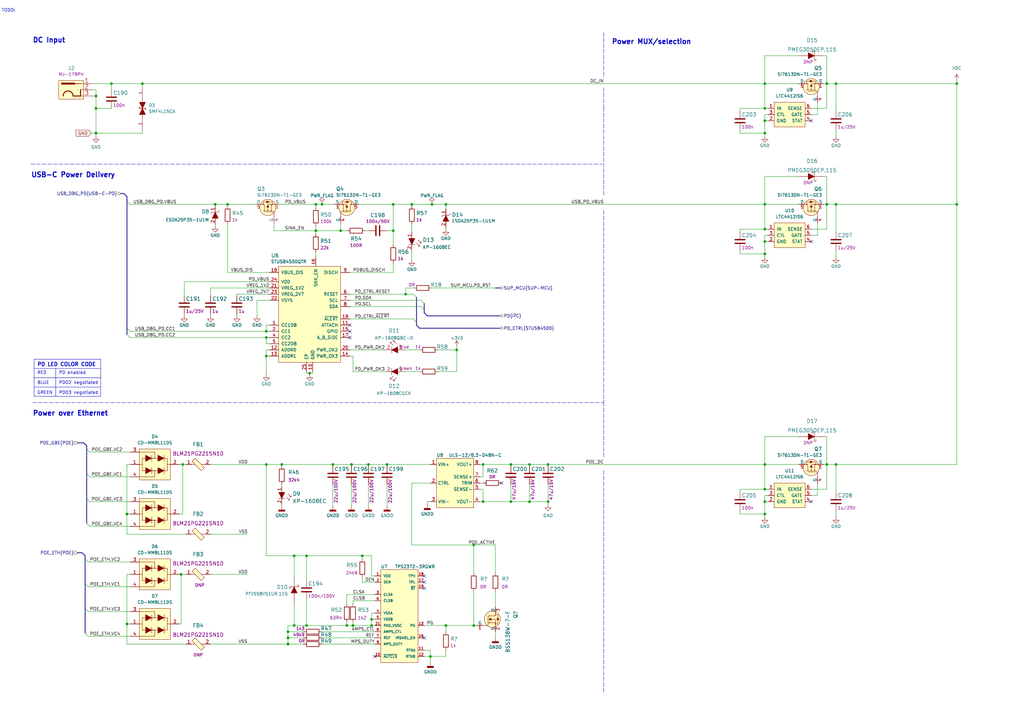
<source format=kicad_sch>
(kicad_sch (version 20211123) (generator eeschema)
  (paper "A3")
  (title_block (title "K410T devboard") (date "2023-01-04") (rev "0.0.99"))
  (junction (at 39.37 39.37))
  (junction (at 152.4 256.54))
  (junction (at 182.88 256.54))
  (junction (at 144.145 190.5))
  (junction (at 313.69 83.82))
  (junction (at 74.295 235.585))
  (junction (at 182.88 83.82))
  (junction (at 313.69 54.61))
  (junction (at 93.345 83.82))
  (junction (at 313.69 34.29))
  (junction (at 187.325 143.51))
  (junction (at 168.91 83.82))
  (junction (at 166.37 120.65))
  (junction (at 176.53 269.24))
  (junction (at 313.69 200.66))
  (junction (at 129.54 83.82))
  (junction (at 120.65 256.54))
  (junction (at 198.12 190.5))
  (junction (at 118.11 264.16))
  (junction (at 45.72 34.29))
  (junction (at 313.69 210.82))
  (junction (at 339.09 190.5))
  (junction (at 125.73 256.54))
  (junction (at 194.31 223.52))
  (junction (at 217.17 205.74))
  (junction (at 88.265 83.82))
  (junction (at 39.37 44.45))
  (junction (at 132.08 83.82))
  (junction (at 224.79 190.5))
  (junction (at 58.42 34.29))
  (junction (at 392.43 83.82))
  (junction (at 115.57 190.5))
  (junction (at 120.65 227.965))
  (junction (at 144.78 256.54))
  (junction (at 177.165 83.82))
  (junction (at 313.69 99.06))
  (junction (at 313.69 49.53))
  (junction (at 161.29 83.82))
  (junction (at 313.69 44.45))
  (junction (at 74.93 190.5))
  (junction (at 125.73 227.965))
  (junction (at 217.17 190.5))
  (junction (at 142.24 256.54))
  (junction (at 158.75 190.5))
  (junction (at 313.69 190.5))
  (junction (at 198.12 205.74))
  (junction (at 109.22 146.05))
  (junction (at 194.31 256.54))
  (junction (at 209.55 190.5))
  (junction (at 209.55 205.74))
  (junction (at 127 153.035))
  (junction (at 161.29 94.615))
  (junction (at 313.69 205.74))
  (junction (at 392.43 34.29))
  (junction (at 52.07 255.905))
  (junction (at 342.9 190.5))
  (junction (at 342.9 83.82))
  (junction (at 109.22 138.43))
  (junction (at 118.11 259.08))
  (junction (at 339.09 83.82))
  (junction (at 152.4 254))
  (junction (at 136.525 190.5))
  (junction (at 39.37 54.61))
  (junction (at 52.07 210.82))
  (junction (at 109.22 135.89))
  (junction (at 148.59 227.965))
  (junction (at 139.7 94.615))
  (junction (at 313.69 104.14))
  (junction (at 129.54 94.615))
  (junction (at 118.11 261.62))
  (junction (at 342.9 34.29))
  (junction (at 109.22 190.5))
  (junction (at 313.69 93.98))
  (junction (at 224.79 205.74))
  (junction (at 151.13 190.5))
  (junction (at 339.09 34.29))
  (no_connect (at 332.74 49.53))
  (no_connect (at 173.99 236.22))
  (no_connect (at 332.74 205.74))
  (no_connect (at 173.99 238.76))
  (no_connect (at 143.51 135.89))
  (no_connect (at 332.74 99.06))
  (no_connect (at 173.99 261.62))
  (no_connect (at 153.67 269.24))
  (no_connect (at 205.74 198.12))
  (no_connect (at 143.51 133.35))
  (no_connect (at 143.51 138.43))
  (no_connect (at 173.99 241.3))
  (bus_entry (at 36.83 215.9) (size -1.27 -1.27))
  (bus_entry (at 36.195 250.825) (size -1.27 -1.27))
  (bus_entry (at 172.72 125.73) (size 1.27 1.27))
  (bus_entry (at 36.83 195.58) (size -1.27 -1.27))
  (bus_entry (at 170.815 132.08) (size -1.27 -1.27))
  (bus_entry (at 36.195 230.505) (size -1.27 -1.27))
  (bus_entry (at 53.34 138.43) (size -1.27 -1.27))
  (bus_entry (at 169.545 120.65) (size 1.27 1.27))
  (bus_entry (at 36.195 260.985) (size -1.27 -1.27))
  (bus_entry (at 203.2 118.11) (size -1.27 0))
  (bus_entry (at 36.83 205.74) (size -1.27 -1.27))
  (bus_entry (at 172.72 123.19) (size 1.27 1.27))
  (bus_entry (at 53.34 83.82) (size -1.27 -1.27))
  (bus_entry (at 36.195 240.665) (size -1.27 -1.27))
  (bus_entry (at 53.34 135.89) (size -1.27 -1.27))
  (bus_entry (at 36.83 185.42) (size -1.27 -1.27))
  (polyline (pts (xy 41.275 147.32) (xy 41.275 162.56)) (stroke (width 0) (type solid)))
  (wire (pts (xy 175.26 205.74) (xy 176.53 205.74)))
  (wire (pts (xy 144.78 246.38) (xy 144.78 247.65)))
  (wire (pts (xy 187.325 142.24) (xy 187.325 143.51)))
  (wire (pts (xy 144.78 256.54) (xy 142.24 256.54)))
  (wire (pts (xy 52.07 235.585) (xy 52.07 255.905)))
  (wire (pts (xy 182.88 256.54) (xy 182.88 259.08)))
  (bus (pts (xy 173.99 128.27) (xy 173.99 127)))
  (wire (pts (xy 303.53 200.66) (xy 303.53 201.93)))
  (wire (pts (xy 217.17 190.5) (xy 224.79 190.5)))
  (wire (pts (xy 52.07 210.82) (xy 52.07 219.075)))
  (wire (pts (xy 114.935 83.82) (xy 129.54 83.82)))
  (wire (pts (xy 52.07 255.905) (xy 52.07 264.16)))
  (wire (pts (xy 217.17 205.74) (xy 224.79 205.74)))
  (wire (pts (xy 129.54 94.615) (xy 139.7 94.615)))
  (wire (pts (xy 136.525 190.5) (xy 136.525 191.135)))
  (wire (pts (xy 36.83 205.74) (xy 53.34 205.74)))
  (wire (pts (xy 314.96 96.52) (xy 313.69 96.52)))
  (wire (pts (xy 327.66 72.39) (xy 313.69 72.39)))
  (wire (pts (xy 313.69 22.86) (xy 313.69 34.29)))
  (wire (pts (xy 38.1 34.29) (xy 45.72 34.29)))
  (wire (pts (xy 86.36 118.11) (xy 86.36 121.285)))
  (wire (pts (xy 74.295 235.585) (xy 76.2 235.585)))
  (wire (pts (xy 335.28 46.99) (xy 335.28 41.91)))
  (wire (pts (xy 196.85 205.74) (xy 198.12 205.74)))
  (wire (pts (xy 88.265 92.71) (xy 88.265 92.075)))
  (wire (pts (xy 194.31 256.54) (xy 195.58 256.54)))
  (wire (pts (xy 313.69 210.82) (xy 313.69 212.09)))
  (wire (pts (xy 110.49 120.65) (xy 97.155 120.65)))
  (wire (pts (xy 339.09 34.29) (xy 337.82 34.29)))
  (wire (pts (xy 303.53 104.14) (xy 313.69 104.14)))
  (wire (pts (xy 39.37 54.61) (xy 39.37 55.88)))
  (bus (pts (xy 35.56 182.88) (xy 35.56 184.15)))
  (bus (pts (xy 170.815 133.35) (xy 170.815 132.08)))
  (wire (pts (xy 86.36 264.16) (xy 118.11 264.16)))
  (wire (pts (xy 109.22 227.965) (xy 120.65 227.965)))
  (wire (pts (xy 203.2 234.95) (xy 203.2 223.52)))
  (wire (pts (xy 176.53 266.7) (xy 176.53 269.24)))
  (wire (pts (xy 313.69 54.61) (xy 313.69 55.88)))
  (wire (pts (xy 168.91 102.87) (xy 168.91 106.68)))
  (wire (pts (xy 36.195 250.825) (xy 53.34 250.825)))
  (wire (pts (xy 143.51 146.05) (xy 144.78 146.05)))
  (wire (pts (xy 194.31 223.52) (xy 168.91 223.52)))
  (wire (pts (xy 327.66 190.5) (xy 313.69 190.5)))
  (bus (pts (xy 34.925 227.965) (xy 34.925 229.235)))
  (wire (pts (xy 136.525 190.5) (xy 144.145 190.5)))
  (wire (pts (xy 36.83 195.58) (xy 53.34 195.58)))
  (wire (pts (xy 339.09 72.39) (xy 339.09 83.82)))
  (wire (pts (xy 152.4 254) (xy 152.4 256.54)))
  (wire (pts (xy 179.705 143.51) (xy 187.325 143.51)))
  (wire (pts (xy 152.4 227.965) (xy 152.4 236.22)))
  (wire (pts (xy 203.2 242.57) (xy 203.2 248.92)))
  (wire (pts (xy 224.79 190.5) (xy 313.69 190.5)))
  (bus (pts (xy 50.8 79.375) (xy 49.53 79.375)))
  (wire (pts (xy 143.51 123.19) (xy 172.72 123.19)))
  (wire (pts (xy 36.195 240.665) (xy 53.34 240.665)))
  (wire (pts (xy 109.22 133.35) (xy 109.22 135.89)))
  (wire (pts (xy 313.69 44.45) (xy 303.53 44.45)))
  (wire (pts (xy 196.85 198.12) (xy 198.12 198.12)))
  (wire (pts (xy 86.36 235.585) (xy 101.6 235.585)))
  (polyline (pts (xy 22.86 151.13) (xy 22.86 162.56)) (stroke (width 0) (type solid)))
  (wire (pts (xy 125.73 245.745) (xy 125.73 256.54)))
  (wire (pts (xy 115.57 198.755) (xy 115.57 199.39)))
  (wire (pts (xy 209.55 205.74) (xy 217.17 205.74)))
  (wire (pts (xy 335.28 96.52) (xy 335.28 91.44)))
  (wire (pts (xy 45.72 34.29) (xy 45.72 36.83)))
  (wire (pts (xy 109.22 190.5) (xy 109.22 227.965)))
  (wire (pts (xy 144.145 190.5) (xy 144.145 191.135)))
  (wire (pts (xy 112.395 94.615) (xy 129.54 94.615)))
  (wire (pts (xy 110.49 133.35) (xy 109.22 133.35)))
  (wire (pts (xy 168.91 198.12) (xy 176.53 198.12)))
  (wire (pts (xy 125.73 227.965) (xy 148.59 227.965)))
  (wire (pts (xy 327.66 179.07) (xy 313.69 179.07)))
  (wire (pts (xy 132.08 264.16) (xy 153.67 264.16)))
  (wire (pts (xy 342.9 83.82) (xy 342.9 95.25)))
  (wire (pts (xy 118.11 259.08) (xy 124.46 259.08)))
  (wire (pts (xy 161.29 83.82) (xy 168.91 83.82)))
  (wire (pts (xy 151.13 94.615) (xy 149.86 94.615)))
  (wire (pts (xy 314.96 203.2) (xy 313.69 203.2)))
  (wire (pts (xy 182.88 83.82) (xy 313.69 83.82)))
  (wire (pts (xy 74.93 190.5) (xy 74.93 210.82)))
  (wire (pts (xy 196.85 200.66) (xy 198.12 200.66)))
  (wire (pts (xy 52.07 219.075) (xy 76.2 219.075)))
  (wire (pts (xy 332.74 200.66) (xy 339.09 200.66)))
  (wire (pts (xy 109.22 138.43) (xy 109.22 140.97)))
  (wire (pts (xy 148.59 238.76) (xy 153.67 238.76)))
  (wire (pts (xy 53.34 83.82) (xy 88.265 83.82)))
  (polyline (pts (xy 13.97 158.75) (xy 41.275 158.75)) (stroke (width 0) (type solid)))
  (wire (pts (xy 93.345 83.82) (xy 104.775 83.82)))
  (wire (pts (xy 144.78 246.38) (xy 153.67 246.38)))
  (wire (pts (xy 45.72 44.45) (xy 39.37 44.45)))
  (bus (pts (xy 35.56 184.15) (xy 35.56 194.31)))
  (wire (pts (xy 168.91 92.075) (xy 168.91 95.25)))
  (wire (pts (xy 187.325 143.51) (xy 187.325 152.4)))
  (polyline (pts (xy 247.65 13.335) (xy 247.65 31.75)))
  (wire (pts (xy 125.73 152.4) (xy 125.73 153.035)))
  (wire (pts (xy 313.69 99.06) (xy 314.96 99.06)))
  (wire (pts (xy 152.4 256.54) (xy 153.67 256.54)))
  (wire (pts (xy 342.9 190.5) (xy 392.43 190.5)))
  (wire (pts (xy 147.32 83.82) (xy 161.29 83.82)))
  (wire (pts (xy 303.53 209.55) (xy 303.53 210.82)))
  (wire (pts (xy 194.31 242.57) (xy 194.31 256.54)))
  (wire (pts (xy 158.75 207.645) (xy 158.75 198.755)))
  (wire (pts (xy 313.69 203.2) (xy 313.69 205.74)))
  (bus (pts (xy 34.925 249.555) (xy 34.925 259.715)))
  (wire (pts (xy 52.07 255.905) (xy 53.34 255.905)))
  (wire (pts (xy 143.51 130.81) (xy 169.545 130.81)))
  (bus (pts (xy 31.75 226.695) (xy 33.655 226.695)))
  (wire (pts (xy 36.195 260.985) (xy 53.34 260.985)))
  (wire (pts (xy 161.29 83.82) (xy 161.29 94.615)))
  (wire (pts (xy 53.34 190.5) (xy 52.07 190.5)))
  (wire (pts (xy 203.2 223.52) (xy 194.31 223.52)))
  (wire (pts (xy 86.36 128.905) (xy 86.36 129.54)))
  (wire (pts (xy 151.13 207.645) (xy 151.13 198.755)))
  (wire (pts (xy 303.53 102.87) (xy 303.53 104.14)))
  (wire (pts (xy 105.41 123.19) (xy 105.41 129.54)))
  (bus (pts (xy 35.56 182.88) (xy 34.29 181.61)))
  (wire (pts (xy 339.09 93.98) (xy 339.09 83.82)))
  (wire (pts (xy 120.65 256.54) (xy 125.73 256.54)))
  (wire (pts (xy 342.9 190.5) (xy 342.9 201.93)))
  (bus (pts (xy 35.56 204.47) (xy 35.56 214.63)))
  (wire (pts (xy 144.78 255.27) (xy 144.78 256.54)))
  (polyline (pts (xy 247.65 80.01) (xy 247.65 44.45)))
  (wire (pts (xy 313.69 104.14) (xy 313.69 105.41)))
  (wire (pts (xy 110.49 123.19) (xy 105.41 123.19)))
  (wire (pts (xy 125.73 227.965) (xy 125.73 238.125)))
  (wire (pts (xy 313.69 200.66) (xy 314.96 200.66)))
  (bus (pts (xy 52.07 134.62) (xy 52.07 137.16)))
  (wire (pts (xy 115.57 207.645) (xy 115.57 207.01)))
  (wire (pts (xy 198.12 205.74) (xy 209.55 205.74)))
  (wire (pts (xy 118.11 259.08) (xy 118.11 261.62)))
  (wire (pts (xy 136.525 207.645) (xy 136.525 198.755)))
  (wire (pts (xy 209.55 198.755) (xy 209.55 205.74)))
  (wire (pts (xy 132.08 259.08) (xy 153.67 259.08)))
  (polyline (pts (xy 13.97 151.13) (xy 41.275 151.13)) (stroke (width 0) (type solid)))
  (wire (pts (xy 37.465 54.61) (xy 39.37 54.61)))
  (wire (pts (xy 224.79 190.5) (xy 224.79 191.135)))
  (wire (pts (xy 166.37 118.11) (xy 166.37 120.65)))
  (wire (pts (xy 120.65 247.015) (xy 120.65 256.54)))
  (wire (pts (xy 93.345 83.82) (xy 93.345 84.455)))
  (wire (pts (xy 86.36 190.5) (xy 109.22 190.5)))
  (bus (pts (xy 34.925 239.395) (xy 34.925 249.555)))
  (wire (pts (xy 52.07 190.5) (xy 52.07 210.82)))
  (wire (pts (xy 151.13 190.5) (xy 151.13 191.135)))
  (wire (pts (xy 198.12 200.66) (xy 198.12 205.74)))
  (wire (pts (xy 392.43 33.02) (xy 392.43 34.29)))
  (wire (pts (xy 332.74 96.52) (xy 335.28 96.52)))
  (wire (pts (xy 109.22 146.05) (xy 109.22 143.51)))
  (wire (pts (xy 187.325 152.4) (xy 179.705 152.4)))
  (wire (pts (xy 139.7 91.44) (xy 139.7 94.615)))
  (wire (pts (xy 303.53 210.82) (xy 313.69 210.82)))
  (wire (pts (xy 173.99 266.7) (xy 176.53 266.7)))
  (wire (pts (xy 75.565 115.57) (xy 75.565 121.285)))
  (wire (pts (xy 58.42 34.29) (xy 58.42 35.56)))
  (wire (pts (xy 332.74 44.45) (xy 339.09 44.45)))
  (wire (pts (xy 143.51 143.51) (xy 158.115 143.51)))
  (wire (pts (xy 224.79 205.74) (xy 224.79 207.01)))
  (wire (pts (xy 342.9 102.87) (xy 342.9 105.41)))
  (wire (pts (xy 144.78 256.54) (xy 152.4 256.54)))
  (wire (pts (xy 118.11 256.54) (xy 120.65 256.54)))
  (wire (pts (xy 327.66 22.86) (xy 313.69 22.86)))
  (wire (pts (xy 339.09 83.82) (xy 337.82 83.82)))
  (wire (pts (xy 110.49 138.43) (xy 109.22 138.43)))
  (wire (pts (xy 39.37 44.45) (xy 39.37 54.61)))
  (polyline (pts (xy 13.97 147.32) (xy 13.97 162.56)) (stroke (width 0) (type solid)))
  (wire (pts (xy 112.395 91.44) (xy 112.395 94.615)))
  (wire (pts (xy 327.66 83.82) (xy 313.69 83.82)))
  (wire (pts (xy 120.65 227.965) (xy 120.65 236.855)))
  (wire (pts (xy 166.37 120.65) (xy 169.545 120.65)))
  (wire (pts (xy 128.27 153.035) (xy 128.27 152.4)))
  (wire (pts (xy 217.17 190.5) (xy 217.17 191.135)))
  (wire (pts (xy 182.88 256.54) (xy 194.31 256.54)))
  (wire (pts (xy 120.65 227.965) (xy 125.73 227.965)))
  (wire (pts (xy 176.53 269.24) (xy 173.99 269.24)))
  (wire (pts (xy 342.9 34.29) (xy 342.9 45.72)))
  (wire (pts (xy 224.79 198.755) (xy 224.79 205.74)))
  (wire (pts (xy 194.31 223.52) (xy 194.31 234.95)))
  (wire (pts (xy 176.53 269.24) (xy 182.88 269.24)))
  (wire (pts (xy 198.12 195.58) (xy 198.12 190.5)))
  (wire (pts (xy 313.69 49.53) (xy 313.69 54.61)))
  (wire (pts (xy 313.69 179.07) (xy 313.69 190.5)))
  (wire (pts (xy 97.155 120.65) (xy 97.155 121.285)))
  (wire (pts (xy 152.4 251.46) (xy 152.4 254)))
  (wire (pts (xy 158.75 190.5) (xy 158.75 191.135)))
  (wire (pts (xy 74.295 235.585) (xy 74.295 255.905)))
  (wire (pts (xy 168.91 83.82) (xy 168.91 84.455)))
  (wire (pts (xy 129.54 92.71) (xy 129.54 94.615)))
  (wire (pts (xy 339.09 179.07) (xy 339.09 190.5)))
  (wire (pts (xy 314.96 46.99) (xy 313.69 46.99)))
  (wire (pts (xy 161.29 94.615) (xy 161.29 100.33)))
  (wire (pts (xy 74.93 190.5) (xy 76.2 190.5)))
  (wire (pts (xy 152.4 236.22) (xy 153.67 236.22)))
  (wire (pts (xy 109.22 146.05) (xy 109.22 153.67)))
  (wire (pts (xy 73.66 235.585) (xy 74.295 235.585)))
  (wire (pts (xy 313.69 205.74) (xy 314.96 205.74)))
  (wire (pts (xy 339.09 34.29) (xy 342.9 34.29)))
  (wire (pts (xy 335.28 203.2) (xy 335.28 198.12)))
  (wire (pts (xy 127 153.035) (xy 127 153.67)))
  (wire (pts (xy 118.11 264.16) (xy 124.46 264.16)))
  (wire (pts (xy 392.43 83.82) (xy 392.43 190.5)))
  (bus (pts (xy 52.07 82.55) (xy 52.07 134.62)))
  (wire (pts (xy 148.59 227.965) (xy 152.4 227.965)))
  (wire (pts (xy 143.51 125.73) (xy 172.72 125.73)))
  (wire (pts (xy 142.24 243.84) (xy 153.67 243.84)))
  (wire (pts (xy 182.88 266.7) (xy 182.88 269.24)))
  (wire (pts (xy 158.75 190.5) (xy 176.53 190.5)))
  (wire (pts (xy 182.88 83.82) (xy 182.88 85.725)))
  (wire (pts (xy 39.37 54.61) (xy 58.42 54.61)))
  (wire (pts (xy 196.85 190.5) (xy 198.12 190.5)))
  (bus (pts (xy 34.925 229.235) (xy 34.925 239.395)))
  (wire (pts (xy 313.69 93.98) (xy 314.96 93.98)))
  (wire (pts (xy 198.12 190.5) (xy 209.55 190.5)))
  (wire (pts (xy 342.9 83.82) (xy 392.43 83.82)))
  (wire (pts (xy 132.08 83.82) (xy 137.16 83.82)))
  (wire (pts (xy 313.69 200.66) (xy 303.53 200.66)))
  (wire (pts (xy 58.42 53.34) (xy 58.42 54.61)))
  (wire (pts (xy 132.08 261.62) (xy 153.67 261.62)))
  (bus (pts (xy 173.99 127) (xy 173.99 124.46)))
  (polyline (pts (xy 41.275 162.56) (xy 13.97 162.56)) (stroke (width 0) (type solid)))
  (wire (pts (xy 332.74 93.98) (xy 339.09 93.98)))
  (wire (pts (xy 139.7 94.615) (xy 142.24 94.615)))
  (wire (pts (xy 118.11 261.62) (xy 124.46 261.62)))
  (wire (pts (xy 303.53 53.34) (xy 303.53 54.61)))
  (wire (pts (xy 313.69 93.98) (xy 303.53 93.98)))
  (wire (pts (xy 342.9 34.29) (xy 392.43 34.29)))
  (wire (pts (xy 53.34 138.43) (xy 109.22 138.43)))
  (wire (pts (xy 88.265 83.82) (xy 93.345 83.82)))
  (wire (pts (xy 172.085 152.4) (xy 165.735 152.4)))
  (polyline (pts (xy 247.65 86.36) (xy 247.65 165.1)))
  (wire (pts (xy 110.49 146.05) (xy 109.22 146.05)))
  (wire (pts (xy 93.345 111.76) (xy 110.49 111.76)))
  (wire (pts (xy 125.73 153.035) (xy 127 153.035)))
  (polyline (pts (xy 13.335 165.1) (xy 247.65 165.1)))
  (wire (pts (xy 144.78 152.4) (xy 158.115 152.4)))
  (wire (pts (xy 313.69 49.53) (xy 314.96 49.53)))
  (wire (pts (xy 52.07 210.82) (xy 53.34 210.82)))
  (wire (pts (xy 332.74 203.2) (xy 335.28 203.2)))
  (wire (pts (xy 86.36 219.075) (xy 101.6 219.075)))
  (wire (pts (xy 129.54 103.505) (xy 129.54 105.41)))
  (wire (pts (xy 313.69 99.06) (xy 313.69 104.14)))
  (wire (pts (xy 209.55 190.5) (xy 217.17 190.5)))
  (bus (pts (xy 170.815 132.08) (xy 170.815 121.92)))
  (wire (pts (xy 172.085 143.51) (xy 165.735 143.51)))
  (wire (pts (xy 45.72 34.29) (xy 58.42 34.29)))
  (wire (pts (xy 53.34 235.585) (xy 52.07 235.585)))
  (wire (pts (xy 303.53 93.98) (xy 303.53 95.25)))
  (wire (pts (xy 313.69 44.45) (xy 314.96 44.45)))
  (wire (pts (xy 115.57 190.5) (xy 136.525 190.5)))
  (wire (pts (xy 97.155 128.905) (xy 97.155 129.54)))
  (wire (pts (xy 303.53 54.61) (xy 313.69 54.61)))
  (wire (pts (xy 144.78 146.05) (xy 144.78 152.4)))
  (wire (pts (xy 36.83 185.42) (xy 53.34 185.42)))
  (wire (pts (xy 196.85 195.58) (xy 198.12 195.58)))
  (wire (pts (xy 169.545 118.11) (xy 166.37 118.11)))
  (wire (pts (xy 182.88 93.345) (xy 182.88 93.98)))
  (wire (pts (xy 125.73 256.54) (xy 142.24 256.54)))
  (wire (pts (xy 144.145 190.5) (xy 151.13 190.5)))
  (wire (pts (xy 177.165 83.82) (xy 182.88 83.82)))
  (wire (pts (xy 173.99 256.54) (xy 182.88 256.54)))
  (wire (pts (xy 313.69 83.82) (xy 313.69 93.98)))
  (wire (pts (xy 339.09 22.86) (xy 339.09 34.29)))
  (bus (pts (xy 203.2 118.11) (xy 205.105 118.11)))
  (wire (pts (xy 339.09 83.82) (xy 342.9 83.82)))
  (wire (pts (xy 39.37 36.83) (xy 39.37 39.37)))
  (wire (pts (xy 313.69 46.99) (xy 313.69 49.53)))
  (bus (pts (xy 52.07 80.645) (xy 52.07 82.55)))
  (wire (pts (xy 142.24 243.84) (xy 142.24 247.65)))
  (wire (pts (xy 158.75 94.615) (xy 161.29 94.615)))
  (bus (pts (xy 175.26 129.54) (xy 205.105 129.54)))
  (wire (pts (xy 52.07 264.16) (xy 76.2 264.16)))
  (wire (pts (xy 153.67 251.46) (xy 152.4 251.46)))
  (wire (pts (xy 115.57 190.5) (xy 115.57 191.135)))
  (bus (pts (xy 52.07 80.645) (xy 50.8 79.375)))
  (wire (pts (xy 58.42 34.29) (xy 313.69 34.29)))
  (wire (pts (xy 129.54 85.09) (xy 129.54 83.82)))
  (wire (pts (xy 337.82 72.39) (xy 339.09 72.39)))
  (wire (pts (xy 127 153.035) (xy 128.27 153.035)))
  (wire (pts (xy 109.22 135.89) (xy 110.49 135.89)))
  (wire (pts (xy 109.22 190.5) (xy 115.57 190.5)))
  (wire (pts (xy 109.22 140.97) (xy 110.49 140.97)))
  (wire (pts (xy 209.55 190.5) (xy 209.55 191.135)))
  (polyline (pts (xy 247.65 283.845) (xy 247.65 192.405)))
  (wire (pts (xy 313.69 72.39) (xy 313.69 83.82)))
  (wire (pts (xy 313.69 190.5) (xy 313.69 200.66)))
  (wire (pts (xy 110.49 118.11) (xy 86.36 118.11)))
  (wire (pts (xy 342.9 53.34) (xy 342.9 55.88)))
  (wire (pts (xy 168.91 198.12) (xy 168.91 223.52)))
  (wire (pts (xy 36.83 215.9) (xy 53.34 215.9)))
  (wire (pts (xy 88.265 84.455) (xy 88.265 83.82)))
  (bus (pts (xy 31.75 181.61) (xy 34.29 181.61)))
  (polyline (pts (xy 247.65 187.325) (xy 247.65 165.1)))
  (wire (pts (xy 332.74 46.99) (xy 335.28 46.99)))
  (bus (pts (xy 34.925 227.965) (xy 33.655 226.695)))
  (wire (pts (xy 339.09 190.5) (xy 342.9 190.5)))
  (wire (pts (xy 175.26 205.74) (xy 175.26 207.01)))
  (wire (pts (xy 53.34 135.89) (xy 109.22 135.89)))
  (wire (pts (xy 38.1 36.83) (xy 39.37 36.83)))
  (polyline (pts (xy 13.97 154.94) (xy 41.275 154.94)) (stroke (width 0) (type solid)))
  (wire (pts (xy 39.37 39.37) (xy 38.1 39.37)))
  (wire (pts (xy 144.145 207.645) (xy 144.145 198.755)))
  (bus (pts (xy 173.99 128.27) (xy 175.26 129.54)))
  (polyline (pts (xy 247.65 44.45) (xy 247.65 35.56)))
  (wire (pts (xy 74.295 255.905) (xy 73.66 255.905)))
  (wire (pts (xy 73.66 190.5) (xy 74.93 190.5)))
  (polyline (pts (xy 12.7 67.31) (xy 247.015 67.31)))
  (wire (pts (xy 39.37 39.37) (xy 39.37 44.45)))
  (wire (pts (xy 177.165 118.11) (xy 201.93 118.11)))
  (wire (pts (xy 36.195 230.505) (xy 53.34 230.505)))
  (wire (pts (xy 337.82 179.07) (xy 339.09 179.07)))
  (wire (pts (xy 339.09 190.5) (xy 337.82 190.5)))
  (wire (pts (xy 342.9 209.55) (xy 342.9 212.09)))
  (wire (pts (xy 152.4 254) (xy 153.67 254)))
  (wire (pts (xy 203.2 259.08) (xy 203.2 261.62)))
  (polyline (pts (xy 13.97 147.32) (xy 41.275 147.32)) (stroke (width 0) (type solid)))
  (wire (pts (xy 129.54 94.615) (xy 129.54 95.885)))
  (wire (pts (xy 93.345 92.075) (xy 93.345 111.76)))
  (wire (pts (xy 327.66 34.29) (xy 313.69 34.29)))
  (wire (pts (xy 129.54 83.82) (xy 132.08 83.82)))
  (wire (pts (xy 110.49 143.51) (xy 109.22 143.51)))
  (wire (pts (xy 151.13 190.5) (xy 158.75 190.5)))
  (bus (pts (xy 205.105 134.62) (xy 172.085 134.62)))
  (wire (pts (xy 339.09 200.66) (xy 339.09 190.5)))
  (wire (pts (xy 74.93 210.82) (xy 73.66 210.82)))
  (bus (pts (xy 170.815 133.35) (xy 172.085 134.62)))
  (wire (pts (xy 148.59 227.965) (xy 148.59 229.235)))
  (wire (pts (xy 161.29 107.95) (xy 161.29 111.76)))
  (wire (pts (xy 118.11 261.62) (xy 118.11 264.16)))
  (wire (pts (xy 313.69 205.74) (xy 313.69 210.82)))
  (wire (pts (xy 337.82 22.86) (xy 339.09 22.86)))
  (wire (pts (xy 143.51 120.65) (xy 166.37 120.65)))
  (wire (pts (xy 217.17 198.755) (xy 217.17 205.74)))
  (wire (pts (xy 303.53 44.45) (xy 303.53 45.72)))
  (wire (pts (xy 313.69 34.29) (xy 313.69 44.45)))
  (wire (pts (xy 142.24 255.27) (xy 142.24 256.54)))
  (bus (pts (xy 35.56 194.31) (xy 35.56 204.47)))
  (wire (pts (xy 168.91 83.82) (xy 177.165 83.82)))
  (wire (pts (xy 392.43 34.29) (xy 392.43 83.82)))
  (wire (pts (xy 110.49 115.57) (xy 75.565 115.57)))
  (wire (pts (xy 75.565 128.905) (xy 75.565 129.54)))
  (wire (pts (xy 148.59 236.855) (xy 148.59 238.76)))
  (wire (pts (xy 176.53 269.24) (xy 176.53 271.78)))
  (wire (pts (xy 143.51 111.76) (xy 161.29 111.76)))
  (wire (pts (xy 118.11 259.08) (xy 118.11 256.54)))
  (wire (pts (xy 313.69 96.52) (xy 313.69 99.06)))
  (wire (pts (xy 339.09 44.45) (xy 339.09 34.29)))
  (text "TODO:" (at 0.635 5.08 0) (effects (font (size 1.27 1.27)) (justify left bottom)))
  (text "Power over Ethernet" (at 13.335 170.815 0) (effects (font (size 2 2) (thickness 0.4) bold) (justify left bottom)))
  (text "Power MUX/selection" (at 250.825 18.415 0) (effects (font (size 2 2) (thickness 0.4) bold) (justify left bottom)))
  (text "PD enabled\n\nPDO2 negotiated\n\nPDO3 negotiated" (at 24.13 161.925 0) (effects (font (size 1.27 1.27)) (justify left bottom)))
  (text "PD LED COLOR CODE" (at 15.24 150.495 0) (effects (font (size 1.5 1.5) (thickness 0.3) bold) (justify left bottom)))
  (text "RED\n\nBLUE\n\nGREEN" (at 15.24 161.925 0) (effects (font (size 1.27 1.27)) (justify left bottom)))
  (text "DC Input" (at 13.335 17.78 0) (effects (font (size 2 2) (thickness 0.4) bold) (justify left bottom)))
  (text "USB-C Power Delivery" (at 12.7 73.025 0) (effects (font (size 2 2) (thickness 0.4) bold) (justify left bottom)))
  (label "POE_ACTIVE" (at 203.2 223.52 180))
  (label "USB_DBG_PD.CC1" (at 55.245 135.89 0))
  (label "PD_VBUS" (at 110.49 115.57 180))
  (label "PD_VBUS" (at 116.84 83.82 0))
  (label "POE_GBE.VC2" (at 37.465 185.42 0))
  (label "AMPS_CTL" (at 153.67 259.08 180))
  (label "PD_CTRL.~{ALERT}" (at 145.415 130.81 0))
  (label "VDD" (at 101.6 235.585 180))
  (label "VSS" (at 97.79 264.16 0))
  (label "PDBUS_DISCH" (at 144.78 111.76 0))
  (label "CLSA" (at 144.78 243.84 0))
  (label "POE_ETH.VC1" (at 36.83 240.665 0))
  (label "POE_ETH.VC3" (at 36.83 250.825 0))
  (label "PD.SDA" (at 152.4 123.19 180))
  (label "POE_ETH.VC4" (at 36.83 260.985 0))
  (label "POE_ETH.VC2" (at 36.83 230.505 0))
  (label "SUP_MCU.PD_RST" (at 184.785 118.11 0))
  (label "VREG_2V7" (at 110.49 120.65 180))
  (label "VDD" (at 97.79 190.5 0))
  (label "VSS" (at 101.6 219.075 180))
  (label "DC_IN" (at 247.65 34.29 180))
  (label "VBUS_DIS" (at 94.615 111.76 0))
  (label "POE_GBE.VC4" (at 37.465 215.9 0))
  (label "PD.SCL" (at 152.4 125.73 180))
  (label "MPS_DUTY" (at 153.67 264.16 180))
  (label "POE_DC" (at 247.65 190.5 180))
  (label "POE_GBE.VC3" (at 37.465 205.74 0))
  (label "PD_PWR_OK2" (at 145.415 143.51 0))
  (label "USB_DBG_PD.VBUS" (at 54.61 83.82 0))
  (label "USB_DBG_PD.CC2" (at 55.245 138.43 0))
  (label "PD_CTRL.RESET" (at 145.415 120.65 0))
  (label "POE_GBE.VC1" (at 37.465 195.58 0))
  (label "SINK_EN" (at 116.84 94.615 0))
  (label "REF" (at 153.67 261.62 180))
  (label "CLSB" (at 144.78 246.38 0))
  (label "DEN" (at 153.67 238.76 180))
  (label "USB_PD_VBUS" (at 247.65 83.82 180))
  (label "PG" (at 177.8 256.54 180))
  (label "VREG_1V2" (at 110.49 118.11 180))
  (label "PD_PWR_OK3" (at 145.415 152.4 0))
  (global_label "GND" (shape input) (at 37.465 54.61 180) (property "Intersheet References" "${INTERSHEET_REFS}" (effects hide)))
  (hierarchical_label "POE_GBE{POE}" (shape input) (at 31.75 181.61 180))
  (hierarchical_label "USB_DBG_PD{USB-C-PD}" (shape bidirectional) (at 49.53 79.375 180))
  (hierarchical_label "PD_CTRL{STUSB4500}" (shape bidirectional) (at 205.105 134.62 0))
  (hierarchical_label "SUP_MCU{SUP-MCU}" (shape bidirectional) (at 205.105 118.11 0))
  (hierarchical_label "POE_ETH{POE}" (shape input) (at 31.75 226.695 180))
  (hierarchical_label "PD{I^{2}C}" (shape bidirectional) (at 205.105 129.54 0))
  (symbol (lib_id "antmicroTVSDiodes:CD-MMBL110S") (at 63.5 190.5 0) (unit 1)
    (property "Reference" "D4" (at 63.5 179.07 0))
    (property "Value" "CD-MMBL110S" (at 63.5 181.61 0))
    (property "Footprint" "antmicro-footprints:DFN3538" (effects hide))
    (property "Datasheet" "https://www.bourns.com/docs/product-datasheets/CD-MMBL110S.pdf" (effects hide))
    (property "MPN" "CD-MMBL110S" (effects hide))
    (property "Manufacturer" "Bourns" (effects hide))
  )
  (symbol (lib_id "power:GND") (at 224.79 207.01 0) (unit 1)
    (property "Reference" "#PWR0106" (effects hide))
    (property "Value" "GND" (at 224.79 211.4534 0))
  )
  (symbol (lib_id "power:GND") (at 342.9 212.09 0) (unit 1)
    (property "Reference" "#PWR0112" (effects hide))
    (property "Value" "GND" (at 342.9 215.9 0))
  )
  (symbol (lib_id "antmicroCapacitors0402:C_100n_0402") (at 45.72 40.64 0) (unit 1)
    (property "Reference" "C190" (at 46.355 38.1 0) (effects (font (size 1.524 1.524)) (justify left)))
    (property "Value" "C_100n_0402" (effects hide))
    (property "Footprint" "antmicro-footprints:0402-cap" (effects hide))
    (property "Manufacturer" "Murata" (effects hide))
    (property "MPN" "GRM155R61H104KE14D" (effects hide))
    (property "Val" "100n" (at 46.355 43.18 0) (effects (justify left)))
  )
  (symbol (lib_id "power:GND") (at 39.37 55.88 0) (unit 1)
    (property "Reference" "#PWR086" (effects hide))
    (property "Value" "GND" (at 39.37 60.3234 0))
  )
  (symbol (lib_id "antmicroCapacitors0603:C_1u_0603_25V") (at 342.9 205.74 0) (unit 1)
    (property "Reference" "C208" (at 343.535 203.2 0) (effects (font (size 1.524 1.524)) (justify left)))
    (property "Value" "C_1u_0603_25V" (effects hide))
    (property "Footprint" "antmicro-footprints:0603-cap" (effects hide))
    (property "Manufacturer" "Samsung" (effects hide))
    (property "MPN" "CL10A105KA8NNNC" (effects hide))
    (property "Val" "1u/25V" (at 343.535 208.28 0) (effects (justify left)))
  )
  (symbol (lib_id "antmicroDiodesRectifiersSingle:PMEG3050EP,115") (at 332.74 72.39 0) (unit 1)
    (property "Reference" "D16" (at 333.0575 66.04 0) (effects (font (size 1.524 1.524))))
    (property "Value" "PMEG3050EP,115" (at 333.0575 69.85 0) (effects (font (size 1.524 1.524))))
    (property "Footprint" "antmicro-footprints:Nexperia_SOD128" (effects hide))
    (property "Datasheet" "https://www.mouser.pl/datasheet/2/916/PMEG3050EP-2938519.pdf" (effects hide))
    (property "MPN" "PMEG3050EP,115" (effects hide))
    (property "Manufacturer" "Nexperia" (effects hide))
    (property "DNP" "DNP" (at 331.47 74.93 0))
  )
  (symbol (lib_id "antmicroResistors0402:R_1k_0402") (at 93.345 88.265 90) (unit 1)
    (property "Reference" "R45" (at 95.123 87.4304 90) (effects (font (size 1.524 1.524)) (justify right)))
    (property "Value" "R_1k_0402" (effects hide))
    (property "Footprint" "antmicro-footprints:0402-res" (effects hide))
    (property "Manufacturer" "BOURNS" (effects hide))
    (property "MPN" "CR0402-FX-1001GLF" (effects hide))
    (property "Val" "1k" (at 95.123 90.1955 90) (effects (justify right)))
  )
  (symbol (lib_id "antmicroResistors0402:R_1k_0402") (at 175.895 143.51 180) (unit 1)
    (property "Reference" "R58" (at 179.07 142.24 0) (effects (font (size 1.524 1.524)) (justify right)))
    (property "Value" "R_1k_0402" (effects hide))
    (property "Footprint" "antmicro-footprints:0402-res" (effects hide))
    (property "Manufacturer" "BOURNS" (effects hide))
    (property "MPN" "CR0402-FX-1001GLF" (effects hide))
    (property "Val" "1k" (at 171.45 142.24 0))
  )
  (symbol (lib_id "power:GNDD") (at 176.53 271.78 0) (unit 1)
    (property "Reference" "#PWR0101" (effects hide))
    (property "Value" "GNDD" (at 176.53 275.59 0))
  )
  (symbol (lib_id "antmicroDiodesRectifiersSingle:PTVS58VS1UR,115") (at 120.65 241.935 90) (unit 1)
    (property "Reference" "D10" (at 118.11 240.7829 90) (effects (font (size 1.524 1.524)) (justify left)))
    (property "Value" "PTVS58VS1UR,115" (at 118.11 243.548 90) (effects (justify left)))
    (property "Footprint" "antmicro-footprints:SOD-123F" (effects hide))
    (property "Datasheet" "https://assets.nexperia.com/documents/data-sheet/PTVSXS1UR_SER.pdf" (effects hide))
    (property "MPN" "PTVS58VS1UR,115" (effects hide))
    (property "Manufacturer" "Nexperia" (effects hide))
  )
  (symbol (lib_id "power:PWR_FLAG") (at 177.165 83.82 0) (unit 1)
    (property "Reference" "#FLG02" (effects hide))
    (property "Value" "PWR_FLAG" (at 177.165 80.2442 0))
  )
  (symbol (lib_id "antmicroCapacitors0402:C_100n_0402") (at 303.53 205.74 0) (unit 1)
    (property "Reference" "C205" (at 304.165 203.2 0) (effects (font (size 1.524 1.524)) (justify left)))
    (property "Value" "C_100n_0402" (effects hide))
    (property "Footprint" "antmicro-footprints:0402-cap" (effects hide))
    (property "Manufacturer" "Murata" (effects hide))
    (property "MPN" "GRM155R61H104KE14D" (effects hide))
    (property "Val" "100n" (at 304.165 208.28 0) (effects (justify left)))
  )
  (symbol (lib_id "antmicroCapacitorsmisc:C_22u_2220_100V") (at 144.145 194.945 0) (unit 1)
    (property "Reference" "C196" (at 144.78 192.405 0) (effects (font (size 1.524 1.524)) (justify left)))
    (property "Value" "C_22u_2220_100V" (effects hide))
    (property "Footprint" "antmicro-footprints:2220-cap" (effects hide))
    (property "Manufacturer" "TDK" (effects hide))
    (property "MPN" "C5750X7S2A226M280KB" (effects hide))
    (property "Val" "22u/100V" (at 145.415 206.375 90) (effects (justify left)))
  )
  (symbol (lib_id "antmicroPMICORControllersIdealDiodes:LTC4412IS6") (at 323.85 96.52 0) (unit 1)
    (property "Reference" "U10" (at 323.85 86.36 0))
    (property "Value" "LTC4412IS6" (at 323.85 88.9 0))
    (property "Footprint" "antmicro-footprints:SOT-23-6" (effects hide))
    (property "Datasheet" "https://www.mouser.pl/datasheet/2/609/ltc4412-1948662.pdf" (effects hide))
    (property "MPN" "LTC4412IS6#TRMPBF" (effects hide))
    (property "Manufacturer" "Analog Devices" (effects hide))
  )
  (symbol (lib_id "antmicroCapacitors0603:C_1u_0603_25V") (at 75.565 125.095 0) (mirror y) (unit 1)
    (property "Reference" "C191" (at 76.2 122.555 0) (effects (font (size 1.524 1.524)) (justify right)))
    (property "Value" "C_1u_0603_25V" (effects hide))
    (property "Footprint" "antmicro-footprints:0603-cap" (effects hide))
    (property "Manufacturer" "Samsung" (effects hide))
    (property "MPN" "CL10A105KA8NNNC" (effects hide))
    (property "Val" "1u/25V" (at 76.2 127.635 0) (effects (justify right)))
  )
  (symbol (lib_id "antmicroLEDIndicationDiscrete:KP-1608EC") (at 168.91 100.33 270) (unit 1)
    (property "Reference" "D13" (at 173.355 98.4013 90) (effects (font (size 1.524 1.524)) (justify left)))
    (property "Value" "KP-1608EC" (at 173.355 101.3947 90) (effects (justify left)))
    (property "Footprint" "antmicro-footprints:LED_0603" (effects hide))
    (property "Datasheet" "https://www.farnell.com/datasheets/1854072.pdf" (effects hide))
    (property "MPN" "KP-1608EC" (effects hide))
    (property "Manufacturer" "KINGBRIGHT" (effects hide))
  )
  (symbol (lib_id "power:GNDD") (at 144.145 207.645 0) (unit 1)
    (property "Reference" "#PWR096" (effects hide))
    (property "Value" "GNDD" (at 144.145 211.455 0))
  )
  (symbol (lib_id "antmicroLEDIndicationDiscrete:KP-1608QBC-D") (at 160.655 143.51 0) (mirror y) (unit 1)
    (property "Reference" "D11" (at 161.6075 135.6159 0) (effects (font (size 1.524 1.524))))
    (property "Value" "KP-1608QBC-D" (at 161.6075 138.6093 0))
    (property "Footprint" "antmicro-footprints:LED_0603" (effects hide))
    (property "Datasheet" "http://www.farnell.com/datasheets/2045956.pdf" (effects hide))
    (property "MPN" "KP-1608QBC-D" (effects hide))
    (property "Manufacturer" "KINGBRIGHT" (effects hide))
    (property "Color" "Blue" (at 165.735 142.24 0))
  )
  (symbol (lib_id "antmicroCapacitorsmisc:C_47u_16V_1206") (at 217.17 194.945 0) (unit 1)
    (property "Reference" "C201" (at 217.805 192.405 0) (effects (font (size 1.524 1.524)) (justify left)))
    (property "Value" "C_47u_16V_1206" (effects hide))
    (property "Footprint" "antmicro-footprints:1206-cap" (effects hide))
    (property "Manufacturer" "TDK" (effects hide))
    (property "MPN" "C3216X5R1C476M160AB" (effects hide))
    (property "Val" "47u/16V" (at 218.44 205.105 90) (effects (justify left)))
  )
  (symbol (lib_id "antmicroTransistorsFETsMOSFETsSingle:SI7613DN-T1-GE3") (at 332.74 190.5 90) (unit 1)
    (property "Reference" "Q7" (at 337.185 184.15 90) (effects (font (size 1.524 1.524)) (justify left)))
    (property "Value" "SI7613DN-T1-GE3" (at 337.185 186.69 90) (effects (justify left)))
    (property "Footprint" "antmicro-footprints:Vishay_PowerPAK_1212-8_Single" (effects hide))
    (property "Datasheet" "https://www.vishay.com/docs/64809/si7613dn.pdf" (effects hide))
    (property "MPN" "SI7613DN-T1-GE3" (effects hide))
    (property "Manufacturer" "Vishay" (effects hide))
  )
  (symbol (lib_id "power:GNDD") (at 175.26 207.01 0) (unit 1)
    (property "Reference" "#PWR0100" (effects hide))
    (property "Value" "GNDD" (at 175.26 210.82 0))
  )
  (symbol (lib_id "antmicroFerriteBeadsandChips:BLM21PG221SN1D") (at 81.28 235.585 0) (unit 1)
    (property "Reference" "FB3" (at 81.28 227.33 0) (effects (font (size 1.524 1.524))))
    (property "Value" "BLM21PG221SN1D" (effects hide))
    (property "Footprint" "antmicro-footprints:0805-res" (effects hide))
    (property "MPN" "BLM21PG221SN1D" (at 81.28 231.14 0) (effects (font (size 1.524 1.524))))
    (property "Manufacturer" "Murata" (effects hide))
    (property "DNP" "DNP" (at 81.915 240.03 0))
  )
  (symbol (lib_id "antmicroResistors0402:R_49k9_0402") (at 128.27 261.62 0) (unit 1)
    (property "Reference" "R48" (at 131.445 260.35 0) (effects (font (size 1.524 1.524)) (justify left)))
    (property "Value" "R_49k9_0402" (effects hide))
    (property "Footprint" "antmicro-footprints:0402-res" (effects hide))
    (property "Manufacturer" "VISHAY" (effects hide))
    (property "MPN" "CRCW040249K9FKED" (effects hide))
    (property "Val" "49k9" (at 122.555 260.35 0))
  )
  (symbol (lib_id "antmicroCapacitorsmisc:C_22u_2220_100V") (at 151.13 194.945 0) (unit 1)
    (property "Reference" "C197" (at 151.765 192.405 0) (effects (font (size 1.524 1.524)) (justify left)))
    (property "Value" "C_22u_2220_100V" (effects hide))
    (property "Footprint" "antmicro-footprints:2220-cap" (effects hide))
    (property "Manufacturer" "TDK" (effects hide))
    (property "MPN" "C5750X7S2A226M280KB" (effects hide))
    (property "Val" "22u/100V" (at 152.4 206.375 90) (effects (justify left)))
  )
  (symbol (lib_id "antmicroResistors0402:R_100k_0402") (at 129.54 88.9 90) (unit 1)
    (property "Reference" "R50" (at 131.318 88.0654 90) (effects (font (size 1.524 1.524)) (justify right)))
    (property "Value" "R_100k_0402" (effects hide))
    (property "Footprint" "antmicro-footprints:0402-res" (effects hide))
    (property "Manufacturer" "VISHAY" (effects hide))
    (property "MPN" "CRCW0402100KFKEDHP" (effects hide))
    (property "Val" "100k" (at 131.318 90.8305 90) (effects (justify right)))
  )
  (symbol (lib_id "power:GNDD") (at 151.13 207.645 0) (unit 1)
    (property "Reference" "#PWR097" (effects hide))
    (property "Value" "GNDD" (at 151.13 211.455 0))
  )
  (symbol (lib_id "antmicroPMICORControllersIdealDiodes:LTC4412IS6") (at 323.85 46.99 0) (unit 1)
    (property "Reference" "U9" (at 323.85 36.83 0))
    (property "Value" "LTC4412IS6" (at 323.85 39.37 0))
    (property "Footprint" "antmicro-footprints:SOT-23-6" (effects hide))
    (property "Datasheet" "https://www.mouser.pl/datasheet/2/609/ltc4412-1948662.pdf" (effects hide))
    (property "MPN" "LTC4412IS6#TRMPBF" (effects hide))
    (property "Manufacturer" "Analog Devices" (effects hide))
  )
  (symbol (lib_id "power:GND") (at 313.69 105.41 0) (unit 1)
    (property "Reference" "#PWR0108" (effects hide))
    (property "Value" "GND" (at 313.69 109.22 0))
  )
  (symbol (lib_id "power:GND") (at 168.91 106.68 0) (unit 1)
    (property "Reference" "#PWR099" (effects hide))
    (property "Value" "GND" (at 168.91 110.49 0))
  )
  (symbol (lib_id "antmicroTransistorsFETsMOSFETsSingle:SI7613DN-T1-GE3") (at 142.24 83.82 270) (mirror x) (unit 1)
    (property "Reference" "Q4" (at 137.795 77.47 90) (effects (font (size 1.524 1.524)) (justify left)))
    (property "Value" "SI7613DN-T1-GE3" (at 137.795 80.01 90) (effects (justify left)))
    (property "Footprint" "antmicro-footprints:Vishay_PowerPAK_1212-8_Single" (effects hide))
    (property "Datasheet" "https://www.vishay.com/docs/64809/si7613dn.pdf" (effects hide))
    (property "MPN" "SI7613DN-T1-GE3" (effects hide))
    (property "Manufacturer" "Vishay" (effects hide))
  )
  (symbol (lib_id "antmicroDiodesRectifiersSingle:PMEG3050EP,115") (at 332.74 22.86 0) (unit 1)
    (property "Reference" "D15" (at 333.0575 16.51 0) (effects (font (size 1.524 1.524))))
    (property "Value" "PMEG3050EP,115" (at 333.0575 20.32 0) (effects (font (size 1.524 1.524))))
    (property "Footprint" "antmicro-footprints:Nexperia_SOD128" (effects hide))
    (property "Datasheet" "https://www.mouser.pl/datasheet/2/916/PMEG3050EP-2938519.pdf" (effects hide))
    (property "MPN" "PMEG3050EP,115" (effects hide))
    (property "Manufacturer" "Nexperia" (effects hide))
    (property "DNP" "DNP" (at 331.47 25.4 0))
  )
  (symbol (lib_id "antmicroCapacitors0603:C_1u_0603_25V") (at 342.9 99.06 0) (unit 1)
    (property "Reference" "C207" (at 343.535 96.52 0) (effects (font (size 1.524 1.524)) (justify left)))
    (property "Value" "C_1u_0603_25V" (effects hide))
    (property "Footprint" "antmicro-footprints:0603-cap" (effects hide))
    (property "Manufacturer" "Samsung" (effects hide))
    (property "MPN" "CL10A105KA8NNNC" (effects hide))
    (property "Val" "1u/25V" (at 343.535 101.6 0) (effects (justify left)))
  )
  (symbol (lib_id "antmicroCapacitors0402:C_100n_0402") (at 303.53 49.53 0) (unit 1)
    (property "Reference" "C203" (at 304.165 46.99 0) (effects (font (size 1.524 1.524)) (justify left)))
    (property "Value" "C_100n_0402" (effects hide))
    (property "Footprint" "antmicro-footprints:0402-cap" (effects hide))
    (property "Manufacturer" "Murata" (effects hide))
    (property "MPN" "GRM155R61H104KE14D" (effects hide))
    (property "Val" "100n" (at 304.165 52.07 0) (effects (justify left)))
  )
  (symbol (lib_id "antmicroLEDIndicationDiscrete:KP-1608EC") (at 115.57 204.47 270) (unit 1)
    (property "Reference" "D9" (at 120.015 202.5413 90) (effects (font (size 1.524 1.524)) (justify left)))
    (property "Value" "KP-1608EC" (at 120.015 205.5347 90) (effects (font (size 1.524 1.524)) (justify left)))
    (property "Footprint" "antmicro-footprints:LED_0603" (effects hide))
    (property "Datasheet" "https://www.farnell.com/datasheets/1854072.pdf" (effects hide))
    (property "MPN" "KP-1608EC" (effects hide))
    (property "Manufacturer" "KINGBRIGHT" (effects hide))
  )
  (symbol (lib_id "power:GND") (at 75.565 129.54 0) (mirror y) (unit 1)
    (property "Reference" "#PWR087" (effects hide))
    (property "Value" "GND" (at 75.565 133.35 0))
  )
  (symbol (lib_id "antmicroFerriteBeadsandChips:BLM21PG221SN1D") (at 81.28 190.5 0) (unit 1)
    (property "Reference" "FB1" (at 81.28 182.245 0) (effects (font (size 1.524 1.524))))
    (property "Value" "BLM21PG221SN1D" (effects hide))
    (property "Footprint" "antmicro-footprints:0805-res" (effects hide))
    (property "MPN" "BLM21PG221SN1D" (at 81.28 186.055 0) (effects (font (size 1.524 1.524))))
    (property "Manufacturer" "Murata" (effects hide))
  )
  (symbol (lib_id "antmicroResistors0402:R_1k2_0402") (at 144.78 251.46 90) (unit 1)
    (property "Reference" "R53" (at 146.685 250.19 90) (effects (font (size 1.524 1.524)) (justify right)))
    (property "Value" "R_1k2_0402" (effects hide))
    (property "Footprint" "antmicro-footprints:0402-res" (effects hide))
    (property "Manufacturer" "PANASONIC_ELECTRONIC_COMPONENTS" (effects hide))
    (property "MPN" "ERJ2RKF1201X" (effects hide))
    (property "Val" "1k2" (at 146.685 253.3649 90) (effects (justify right)))
  )
  (symbol (lib_id "antmicroPMICPowerDistributionSwitchesLoadDrivers:TPS2372-3RGWR") (at 163.83 259.08 0) (unit 1)
    (property "Reference" "U7" (at 156.21 232.41 0) (effects (justify left)))
    (property "Value" "TPS2372-3RGWR" (at 170.18 232.41 0))
    (property "Footprint" "antmicro-footprints:Texas_RGW0020B" (effects hide))
    (property "Datasheet" "https://www.ti.com/lit/gpn/tps2372" (effects hide))
    (property "MPN" "TPS2372-3RGWR" (effects hide))
    (property "Manufacturer" "Texas Instruments" (effects hide))
  )
  (symbol (lib_id "antmicroTransistorsFETsMOSFETsSingle:BSS138W-7-F") (at 203.2 254 0) (unit 1)
    (property "Reference" "Q?" (at 211.455 252.095 90) (effects (font (size 1.524 1.524))))
    (property "Value" "BSS138W-7-F" (at 208.28 259.08 90) (effects (font (size 1.524 1.524))))
    (property "Footprint" "antmicro-footprints:SOT-323" (effects hide))
    (property "Datasheet" "https://www.diodes.com/assets/Datasheets/BSS138W.pdf" (effects hide))
    (property "MPN" "BSS138W-7-F" (effects hide))
    (property "Manufacturer" "Diodes Incorporated" (effects hide))
  )
  (symbol (lib_id "antmicroFerriteBeadsandChips:BLM21PG221SN1D") (at 81.28 219.075 0) (unit 1)
    (property "Reference" "FB2" (at 81.28 210.82 0) (effects (font (size 1.524 1.524))))
    (property "Value" "BLM21PG221SN1D" (effects hide))
    (property "Footprint" "antmicro-footprints:0805-res" (effects hide))
    (property "MPN" "BLM21PG221SN1D" (at 81.28 214.63 0) (effects (font (size 1.524 1.524))))
    (property "Manufacturer" "Murata" (effects hide))
  )
  (symbol (lib_id "antmicroResistors0402:R_22k_0402") (at 129.54 99.695 90) (unit 1)
    (property "Reference" "R51" (at 131.318 98.8604 90) (effects (font (size 1.524 1.524)) (justify right)))
    (property "Value" "R_22k_0402" (effects hide))
    (property "Footprint" "antmicro-footprints:0402-res" (effects hide))
    (property "Manufacturer" "Panasonic" (effects hide))
    (property "MPN" "ERJ-2RKF2202X" (effects hide))
    (property "Val" "22k" (at 131.318 101.6255 90) (effects (justify right)))
  )
  (symbol (lib_id "antmicroTransistorsFETsMOSFETsSingle:SI7613DN-T1-GE3") (at 109.855 83.82 90) (unit 1)
    (property "Reference" "Q3" (at 105.41 77.47 90) (effects (font (size 1.524 1.524)) (justify right)))
    (property "Value" "SI7613DN-T1-GE3" (at 105.41 80.01 90) (effects (justify right)))
    (property "Footprint" "antmicro-footprints:Vishay_PowerPAK_1212-8_Single" (effects hide))
    (property "Datasheet" "https://www.vishay.com/docs/64809/si7613dn.pdf" (effects hide))
    (property "MPN" "SI7613DN-T1-GE3" (effects hide))
    (property "Manufacturer" "Vishay" (effects hide))
  )
  (symbol (lib_id "antmicroResistors0603:R_63R4_0603") (at 142.24 251.46 90) (unit 1)
    (property "Reference" "R52" (at 140.335 250.19 90) (effects (font (size 1.524 1.524)) (justify left)))
    (property "Value" "R_63R4_0603" (effects hide))
    (property "Footprint" "antmicro-footprints:0603-res" (effects hide))
    (property "Manufacturer" "PANASONIC" (effects hide))
    (property "MPN" "ERJPA3F63R4V" (effects hide))
    (property "Val" "63R4" (at 140.335 253.3649 90) (effects (justify left)))
  )
  (symbol (lib_id "antmicroDCDCConverters:ULS-12{slash}8.3-D48N-C") (at 186.69 198.12 0) (unit 1)
    (property "Reference" "U8" (at 179.07 186.69 0) (effects (justify left)))
    (property "Value" "ULS-12/8.3-D48N-C" (at 194.945 186.69 0))
    (property "Footprint" "antmicro-footprints:ULS-12_5-D48N-C" (effects hide))
    (property "Datasheet" "https://www.murata.com/products/productdata/8807040286750/uls.pdf?1649388617000" (effects hide))
    (property "Manufacturer" "Murata" (effects hide))
    (property "MPN" "ULS-12/8.3-D48N-C" (effects hide))
  )
  (symbol (lib_id "antmicroResistors0402:R_1k_0402") (at 175.895 152.4 180) (unit 1)
    (property "Reference" "R59" (at 179.07 151.13 0) (effects (font (size 1.524 1.524)) (justify right)))
    (property "Value" "R_1k_0402" (effects hide))
    (property "Footprint" "antmicro-footprints:0402-res" (effects hide))
    (property "Manufacturer" "BOURNS" (effects hide))
    (property "MPN" "CR0402-FX-1001GLF" (effects hide))
    (property "Val" "1k" (at 171.45 151.13 0))
  )
  (symbol (lib_id "power:GND") (at 182.88 93.98 0) (unit 1)
    (property "Reference" "#PWR0102" (effects hide))
    (property "Value" "GND" (at 182.88 97.79 0))
  )
  (symbol (lib_id "antmicroCapacitorsmisc:C_100n_0402_50V") (at 154.94 94.615 90) (unit 1)
    (property "Reference" "C198" (at 154.94 88.265 90) (effects (font (size 1.524 1.524))))
    (property "Value" "C_100n_0402_50V" (effects hide))
    (property "Footprint" "antmicro-footprints:0402-cap" (effects hide))
    (property "MPN" "GRM155R71H104KE14D" (effects hide))
    (property "Manufacturer" "MURATA" (effects hide))
    (property "Val" "100n/50V" (at 154.94 90.8019 90))
  )
  (symbol (lib_id "power:GNDD") (at 158.75 207.645 0) (unit 1)
    (property "Reference" "#PWR098" (effects hide))
    (property "Value" "GNDD" (at 158.75 211.455 0))
  )
  (symbol (lib_id "antmicroResistors0402:R_32k4_0402") (at 115.57 194.945 90) (unit 1)
    (property "Reference" "R46" (at 118.11 193.675 90) (effects (font (size 1.524 1.524)) (justify right)))
    (property "Value" "R_32k4_0402" (effects hide))
    (property "Footprint" "antmicro-footprints:0402-res" (effects hide))
    (property "Manufacturer" "PANASONIC_ELECTRONIC_COMPONENTS" (effects hide))
    (property "MPN" "ERA-2ARB3242X" (effects hide))
    (property "Val" "32k4" (at 118.11 196.8499 90) (effects (justify right)))
  )
  (symbol (lib_id "antmicroTVSDiodes:CD-MMBL110S") (at 63.5 210.82 0) (unit 1)
    (property "Reference" "D5" (at 63.5 199.39 0))
    (property "Value" "CD-MMBL110S" (at 63.5 201.93 0))
    (property "Footprint" "antmicro-footprints:DFN3538" (effects hide))
    (property "Datasheet" "https://www.bourns.com/docs/product-datasheets/CD-MMBL110S.pdf" (effects hide))
    (property "MPN" "CD-MMBL110S" (effects hide))
    (property "Manufacturer" "Bourns" (effects hide))
  )
  (symbol (lib_id "antmicroCapacitorsmisc:C_22u_2220_100V") (at 158.75 194.945 0) (unit 1)
    (property "Reference" "C199" (at 159.385 192.405 0) (effects (font (size 1.524 1.524)) (justify left)))
    (property "Value" "C_22u_2220_100V" (effects hide))
    (property "Footprint" "antmicro-footprints:2220-cap" (effects hide))
    (property "Manufacturer" "TDK" (effects hide))
    (property "MPN" "C5750X7S2A226M280KB" (effects hide))
    (property "Val" "22u/100V" (at 160.02 206.375 90) (effects (justify left)))
  )
  (symbol (lib_id "antmicroResistors0402:R_24k9_0402") (at 148.59 233.045 90) (unit 1)
    (property "Reference" "R55" (at 146.685 231.7751 90) (effects (font (size 1.524 1.524)) (justify left)))
    (property "Value" "R_24k9_0402" (effects hide))
    (property "Footprint" "antmicro-footprints:0402-res" (effects hide))
    (property "Manufacturer" "WALSIN" (effects hide))
    (property "MPN" "WR04X2492FTL" (effects hide))
    (property "Val" "24k9" (at 146.685 234.95 90) (effects (justify left)))
  )
  (symbol (lib_id "antmicroCapacitorsmisc:C_22u_2220_100V") (at 136.525 194.945 0) (unit 1)
    (property "Reference" "C195" (at 137.16 192.405 0) (effects (font (size 1.524 1.524)) (justify left)))
    (property "Value" "C_22u_2220_100V" (effects hide))
    (property "Footprint" "antmicro-footprints:2220-cap" (effects hide))
    (property "Manufacturer" "TDK" (effects hide))
    (property "MPN" "C5750X7S2A226M280KB" (effects hide))
    (property "Val" "22u/100V" (at 137.795 206.375 90) (effects (justify left)))
  )
  (symbol (lib_id "antmicroCapacitors0402:C_1u_0402") (at 86.36 125.095 0) (mirror y) (unit 1)
    (property "Reference" "C192" (at 86.995 122.555 0) (effects (font (size 1.524 1.524)) (justify right)))
    (property "Value" "C_1u_0402" (effects hide))
    (property "Footprint" "antmicro-footprints:0402-cap" (effects hide))
    (property "Manufacturer" "TDK" (effects hide))
    (property "MPN" "C1005X6S1A105K050BC" (effects hide))
    (property "Val" "1u" (at 86.995 127.635 0) (effects (justify right)))
  )
  (symbol (lib_id "antmicroResistors0402:R_0R_0402") (at 203.2 238.76 90) (unit 1)
    (property "Reference" "R?" (at 205.74 237.49 90) (effects (font (size 1.524 1.524)) (justify right)))
    (property "Value" "R_0R_0402" (effects hide))
    (property "Footprint" "antmicro-footprints:0402-res" (effects hide))
    (property "Manufacturer" "PANASONIC" (effects hide))
    (property "MPN" "ERJ2GE0R00X" (effects hide))
    (property "Val" "0R" (at 205.74 240.6649 90) (effects (justify right)))
  )
  (symbol (lib_id "antmicroTransistorsFETsMOSFETsSingle:SI7613DN-T1-GE3") (at 332.74 34.29 90) (unit 1)
    (property "Reference" "Q5" (at 337.185 27.94 90) (effects (font (size 1.524 1.524)) (justify left)))
    (property "Value" "SI7613DN-T1-GE3" (at 337.185 30.48 90) (effects (justify left)))
    (property "Footprint" "antmicro-footprints:Vishay_PowerPAK_1212-8_Single" (effects hide))
    (property "Datasheet" "https://www.vishay.com/docs/64809/si7613dn.pdf" (effects hide))
    (property "MPN" "SI7613DN-T1-GE3" (effects hide))
    (property "Manufacturer" "Vishay" (effects hide))
  )
  (symbol (lib_id "antmicroBarrelAudioConnectors:DC_SOCKET") (at 33.02 36.83 0) (unit 1)
    (property "Reference" "J2" (at 29.21 27.94 0) (effects (font (size 1.524 1.524))))
    (property "Value" "DC_SOCKET" (effects hide))
    (property "Footprint" "antmicro-footprints:DC_SOCKET" (effects hide))
    (property "Manufacturer" "Multicomp" (effects hide))
    (property "MPN" "MJ-179PH" (at 29.21 30.48 0))
  )
  (symbol (lib_id "power:GND") (at 342.9 105.41 0) (unit 1)
    (property "Reference" "#PWR0111" (effects hide))
    (property "Value" "GND" (at 342.9 109.22 0))
  )
  (symbol (lib_id "antmicroResistors0402:R_0R_0402") (at 128.27 264.16 0) (unit 1)
    (property "Reference" "R49" (at 131.445 262.89 0) (effects (font (size 1.524 1.524)) (justify left)))
    (property "Value" "R_0R_0402" (effects hide))
    (property "Footprint" "antmicro-footprints:0402-res" (effects hide))
    (property "Manufacturer" "PANASONIC" (effects hide))
    (property "MPN" "ERJ2GE0R00X" (effects hide))
    (property "Val" "0R" (at 123.825 262.89 0))
  )
  (symbol (lib_id "power:+3.3V") (at 187.325 142.24 0) (unit 1)
    (property "Reference" "#PWR0103" (effects hide))
    (property "Value" "+3.3V" (at 187.325 138.6642 0))
  )
  (symbol (lib_id "antmicroResistors0402:R_1k_0402") (at 168.91 88.265 270) (unit 1)
    (property "Reference" "R57" (at 170.688 87.4304 90) (effects (font (size 1.524 1.524)) (justify left)))
    (property "Value" "R_1k_0402" (effects hide))
    (property "Footprint" "antmicro-footprints:0402-res" (effects hide))
    (property "Manufacturer" "BOURNS" (effects hide))
    (property "MPN" "CR0402-FX-1001GLF" (effects hide))
    (property "Val" "1k" (at 170.688 90.1955 90) (effects (justify left)))
  )
  (symbol (lib_id "power:GND") (at 109.22 153.67 0) (unit 1)
    (property "Reference" "#PWR092" (effects hide))
    (property "Value" "GND" (at 109.22 157.48 0))
  )
  (symbol (lib_id "antmicroPMICPowerDistributionSwitchesLoadDrivers:STUSB4500QTR") (at 127 130.81 0) (unit 1)
    (property "Reference" "U6" (at 111.125 104.775 0) (effects (font (size 1.524 1.524)) (justify left)))
    (property "Value" "STUSB4500QTR" (at 111.125 107.3119 0) (effects (justify left)))
    (property "Footprint" "antmicro-footprints:QFN50P400X400X90-25N" (effects hide))
    (property "Datasheet" "https://www.mouser.pl/datasheet/2/389/dm00489312-1799262.pdf" (effects hide))
    (property "MPN" "STUSB4500QTR" (effects hide))
    (property "Manufacturer" "STMicroelectronics" (effects hide))
  )
  (symbol (lib_id "antmicroResistors0402:R_0R_0402") (at 173.355 118.11 0) (unit 1)
    (property "Reference" "R18" (at 176.53 116.84 0) (effects (font (size 1.524 1.524)) (justify left)))
    (property "Value" "R_0R_0402" (effects hide))
    (property "Footprint" "antmicro-footprints:0402-res" (effects hide))
    (property "Manufacturer" "PANASONIC" (effects hide))
    (property "MPN" "ERJ2GE0R00X" (effects hide))
    (property "Val" "0R" (at 168.91 116.84 0))
  )
  (symbol (lib_id "power:GND") (at 313.69 55.88 0) (unit 1)
    (property "Reference" "#PWR0107" (effects hide))
    (property "Value" "GND" (at 313.69 59.69 0))
  )
  (symbol (lib_id "power:GND") (at 342.9 55.88 0) (unit 1)
    (property "Reference" "#PWR0110" (effects hide))
    (property "Value" "GND" (at 342.9 59.69 0))
  )
  (symbol (lib_id "antmicroLEDIndicationDiscrete:KP-1608CGCK") (at 160.655 152.4 180) (unit 1)
    (property "Reference" "D12" (at 161.6075 158.3417 0) (effects (font (size 1.524 1.524))))
    (property "Value" "KP-1608CGCK" (at 161.6075 161.3351 0))
    (property "Footprint" "antmicro-footprints:LED_0603" (effects hide))
    (property "Datasheet" "http://www.farnell.com/datasheets/2045956.pdf" (effects hide))
    (property "MPN" "KP-1608CGCK" (effects hide))
    (property "Manufacturer" "KINGBRIGHT" (effects hide))
    (property "Color" "Green" (at 166.37 151.13 0))
  )
  (symbol (lib_id "antmicroTVSDiodes:SMF4L15CA") (at 58.42 44.45 270) (unit 1)
    (property "Reference" "D3" (at 60.96 43.1799 90) (effects (justify left)))
    (property "Value" "SMF4L15CA" (at 60.96 45.7199 90) (effects (justify left)))
    (property "Footprint" "antmicro-footprints:SOD-123FL" (effects hide))
    (property "Datasheet" "https://www.mouser.pl/datasheet/2/240/Littelfuse_TVS_Diode_SMF4L_Datasheet_pdf-1665786.pdf" (effects hide))
    (property "MPN" "SMF4L15CA" (effects hide))
    (property "Manufacturer" "Infineon Technologies" (effects hide))
  )
  (symbol (lib_id "antmicroTVSDiodes:CD-MMBL110S") (at 63.5 235.585 0) (unit 1)
    (property "Reference" "D6" (at 63.5 224.155 0))
    (property "Value" "CD-MMBL110S" (at 63.5 226.695 0))
    (property "Footprint" "antmicro-footprints:DFN3538" (effects hide))
    (property "Datasheet" "https://www.bourns.com/docs/product-datasheets/CD-MMBL110S.pdf" (effects hide))
    (property "MPN" "CD-MMBL110S" (effects hide))
    (property "Manufacturer" "Bourns" (effects hide))
  )
  (symbol (lib_id "power:GND") (at 105.41 129.54 0) (mirror y) (unit 1)
    (property "Reference" "#PWR091" (effects hide))
    (property "Value" "GND" (at 105.41 133.35 0))
  )
  (symbol (lib_id "antmicroResistors0402:R_1k3_0402") (at 128.27 259.08 0) (unit 1)
    (property "Reference" "R47" (at 131.445 257.81 0) (effects (font (size 1.524 1.524)) (justify left)))
    (property "Value" "R_1k3_0402" (effects hide))
    (property "Footprint" "antmicro-footprints:0402-res" (effects hide))
    (property "Datasheet" "https://www.mouser.pl/datasheet/2/54/cr-1858361.pdf" (effects hide))
    (property "Manufacturer" "Bourns" (effects hide))
    (property "MPN" "CR0402-FX-1301GLF " (effects hide))
    (property "Val" "1k3" (at 123.19 257.81 0))
  )
  (symbol (lib_id "power:GND") (at 97.155 129.54 0) (mirror y) (unit 1)
    (property "Reference" "#PWR090" (effects hide))
    (property "Value" "GND" (at 97.155 133.35 0))
  )
  (symbol (lib_id "antmicroCapacitorsmisc:C_47u_16V_1206") (at 224.79 194.945 0) (unit 1)
    (property "Reference" "C202" (at 225.425 192.405 0) (effects (font (size 1.524 1.524)) (justify left)))
    (property "Value" "C_47u_16V_1206" (effects hide))
    (property "Footprint" "antmicro-footprints:1206-cap" (effects hide))
    (property "Manufacturer" "TDK" (effects hide))
    (property "MPN" "C3216X5R1C476M160AB" (effects hide))
    (property "Val" "47u/16V" (at 226.06 205.105 90) (effects (justify left)))
  )
  (symbol (lib_id "antmicroFerriteBeadsandChips:BLM21PG221SN1D") (at 81.28 264.16 0) (unit 1)
    (property "Reference" "FB4" (at 81.28 256.54 0) (effects (font (size 1.524 1.524))))
    (property "Value" "BLM21PG221SN1D" (effects hide))
    (property "Footprint" "antmicro-footprints:0805-res" (effects hide))
    (property "MPN" "BLM21PG221SN1D" (at 81.28 260.35 0) (effects (font (size 1.524 1.524))))
    (property "Manufacturer" "Murata" (effects hide))
    (property "DNP" "DNP" (at 81.28 268.605 0))
  )
  (symbol (lib_id "power:PWR_FLAG") (at 132.08 83.82 0) (unit 1)
    (property "Reference" "#FLG01" (effects hide))
    (property "Value" "PWR_FLAG" (at 132.08 80.2442 0))
  )
  (symbol (lib_id "power:GND") (at 313.69 212.09 0) (unit 1)
    (property "Reference" "#PWR0109" (effects hide))
    (property "Value" "GND" (at 313.69 215.9 0))
  )
  (symbol (lib_id "antmicroTransistorsFETsMOSFETsSingle:SI7613DN-T1-GE3") (at 332.74 83.82 90) (unit 1)
    (property "Reference" "Q6" (at 337.185 77.47 90) (effects (font (size 1.524 1.524)) (justify left)))
    (property "Value" "SI7613DN-T1-GE3" (at 337.185 80.01 90) (effects (justify left)))
    (property "Footprint" "antmicro-footprints:Vishay_PowerPAK_1212-8_Single" (effects hide))
    (property "Datasheet" "https://www.vishay.com/docs/64809/si7613dn.pdf" (effects hide))
    (property "MPN" "SI7613DN-T1-GE3" (effects hide))
    (property "Manufacturer" "Vishay" (effects hide))
  )
  (symbol (lib_id "antmicroTVSDiodes:ESDA25P35-1U1M") (at 88.265 88.265 270) (unit 1)
    (property "Reference" "D8" (at 85.852 86.7953 90) (effects (font (size 1.524 1.524)) (justify right)))
    (property "Value" "ESDA25P35-1U1M" (at 85.725 90.17 90) (effects (justify right)))
    (property "Footprint" "antmicro-footprints:0603-diode" (effects hide))
    (property "Datasheet" "https://www.st.com/resource/en/datasheet/esda25p35-1u1m.pdf" (effects hide))
    (property "MPN" "ESDA25P35-1U1M" (effects hide))
    (property "Manufacturer" "STMicroelectronics" (effects hide))
  )
  (symbol (lib_id "power:GNDD") (at 203.2 261.62 0) (unit 1)
    (property "Reference" "#PWR?" (effects hide))
    (property "Value" "GNDD" (at 203.2 265.43 0))
  )
  (symbol (lib_id "antmicroCapacitorsmisc:C_100n_0805_100V") (at 125.73 241.935 0) (unit 1)
    (property "Reference" "C194" (at 126.365 239.395 0) (effects (font (size 1.524 1.524)) (justify left)))
    (property "Value" "C_100n_0805_100V" (effects hide))
    (property "Footprint" "antmicro-footprints:0805-cap" (effects hide))
    (property "Datasheet" "http://www.farnell.com/datasheets/2710694.pdf" (effects hide))
    (property "Manufacturer" "SAMSUNG" (effects hide))
    (property "MPN" "CL21B104KCFNNNE" (effects hide))
    (property "Val" "100n/100V" (at 126.365 244.475 0) (effects (justify left)))
  )
  (symbol (lib_id "antmicroTVSDiodes:ESDA25P35-1U1M") (at 182.88 89.535 270) (unit 1)
    (property "Reference" "D14" (at 185.293 88.0653 90) (effects (font (size 1.524 1.524)) (justify left)))
    (property "Value" "ESDA25P35-1U1M" (at 185.293 90.6022 90) (effects (justify left)))
    (property "Footprint" "antmicro-footprints:0603-diode" (effects hide))
    (property "Datasheet" "https://www.st.com/resource/en/datasheet/esda25p35-1u1m.pdf" (effects hide))
    (property "MPN" "ESDA25P35-1U1M" (effects hide))
    (property "Manufacturer" "STMicroelectronics" (effects hide))
  )
  (symbol (lib_id "power:GNDD") (at 136.525 207.645 0) (unit 1)
    (property "Reference" "#PWR095" (effects hide))
    (property "Value" "GNDD" (at 136.525 211.455 0))
  )
  (symbol (lib_id "antmicroCapacitorsmisc:C_47u_16V_1206") (at 209.55 194.945 0) (unit 1)
    (property "Reference" "C200" (at 210.185 192.405 0) (effects (font (size 1.524 1.524)) (justify left)))
    (property "Value" "C_47u_16V_1206" (effects hide))
    (property "Footprint" "antmicro-footprints:1206-cap" (effects hide))
    (property "Manufacturer" "TDK" (effects hide))
    (property "MPN" "C3216X5R1C476M160AB" (effects hide))
    (property "Val" "47u/16V" (at 210.82 205.105 90) (effects (justify left)))
  )
  (symbol (lib_id "power:GND") (at 86.36 129.54 0) (mirror y) (unit 1)
    (property "Reference" "#PWR088" (effects hide))
    (property "Value" "GND" (at 86.36 133.35 0))
  )
  (symbol (lib_id "antmicroTVSDiodes:CD-MMBL110S") (at 63.5 255.905 0) (unit 1)
    (property "Reference" "D7" (at 63.5 244.475 0))
    (property "Value" "CD-MMBL110S" (at 63.5 247.015 0))
    (property "Footprint" "antmicro-footprints:DFN3538" (effects hide))
    (property "Datasheet" "https://www.bourns.com/docs/product-datasheets/CD-MMBL110S.pdf" (effects hide))
    (property "MPN" "CD-MMBL110S" (effects hide))
    (property "Manufacturer" "Bourns" (effects hide))
  )
  (symbol (lib_id "antmicroCapacitors0402:C_100n_0402") (at 303.53 99.06 0) (unit 1)
    (property "Reference" "C204" (at 304.165 96.52 0) (effects (font (size 1.524 1.524)) (justify left)))
    (property "Value" "C_100n_0402" (effects hide))
    (property "Footprint" "antmicro-footprints:0402-cap" (effects hide))
    (property "Manufacturer" "Murata" (effects hide))
    (property "MPN" "GRM155R61H104KE14D" (effects hide))
    (property "Val" "100n" (at 304.165 101.6 0) (effects (justify left)))
  )
  (symbol (lib_id "antmicroResistors0402:R_1k_0402") (at 161.29 104.14 270) (unit 1)
    (property "Reference" "R56" (at 163.068 103.3054 90) (effects (font (size 1.524 1.524)) (justify left)))
    (property "Value" "R_1k_0402" (effects hide))
    (property "Footprint" "antmicro-footprints:0402-res" (effects hide))
    (property "Manufacturer" "BOURNS" (effects hide))
    (property "MPN" "CR0402-FX-1001GLF" (effects hide))
    (property "Val" "1k" (at 163.068 106.0705 90) (effects (justify left)))
  )
  (symbol (lib_id "antmicroResistors0402:R_1k_0402") (at 182.88 262.89 270) (unit 1)
    (property "Reference" "R?" (at 184.658 262.0554 90) (effects (font (size 1.524 1.524)) (justify left)))
    (property "Value" "R_1k_0402" (effects hide))
    (property "Footprint" "antmicro-footprints:0402-res" (effects hide))
    (property "Manufacturer" "BOURNS" (effects hide))
    (property "MPN" "CR0402-FX-1001GLF" (effects hide))
    (property "Val" "1k" (at 184.658 264.8205 90) (effects (justify left)))
  )
  (symbol (lib_id "antmicroResistors0402:R_0R_0402") (at 201.93 198.12 0) (unit 1)
    (property "Reference" "R62" (at 201.93 193.04 0) (effects (font (size 1.524 1.524))))
    (property "Value" "R_0R_0402" (effects hide))
    (property "Footprint" "antmicro-footprints:0402-res" (effects hide))
    (property "Manufacturer" "PANASONIC" (effects hide))
    (property "MPN" "ERJ2GE0R00X" (effects hide))
    (property "Val" "0R" (at 201.93 195.58 0))
  )
  (symbol (lib_id "power:GND") (at 127 153.67 0) (unit 1)
    (property "Reference" "#PWR094" (effects hide))
    (property "Value" "GND" (at 127 157.48 0))
  )
  (symbol (lib_id "antmicroCapacitors0402:C_1u_0402") (at 97.155 125.095 0) (mirror y) (unit 1)
    (property "Reference" "C193" (at 97.79 122.555 0) (effects (font (size 1.524 1.524)) (justify right)))
    (property "Value" "C_1u_0402" (effects hide))
    (property "Footprint" "antmicro-footprints:0402-cap" (effects hide))
    (property "Manufacturer" "TDK" (effects hide))
    (property "MPN" "C1005X6S1A105K050BC" (effects hide))
    (property "Val" "1u" (at 97.79 127.635 0) (effects (justify right)))
  )
  (symbol (lib_id "power:GNDD") (at 115.57 207.645 0) (unit 1)
    (property "Reference" "#PWR093" (effects hide))
    (property "Value" "GNDD" (at 115.57 211.455 0))
  )
  (symbol (lib_id "antmicroResistors0402:R_100R_0402") (at 146.05 94.615 0) (unit 1)
    (property "Reference" "R54" (at 146.05 97.8897 0) (effects (font (size 1.524 1.524))))
    (property "Value" "R_100R_0402" (effects hide))
    (property "Footprint" "antmicro-footprints:0402-res" (effects hide))
    (property "Manufacturer" "BOURNS" (effects hide))
    (property "MPN" "CR0402-FX-1000GLF" (effects hide))
    (property "Val" "100R" (at 146.05 100.6548 0))
  )
  (symbol (lib_id "antmicroPMICORControllersIdealDiodes:LTC4412IS6") (at 323.85 203.2 0) (unit 1)
    (property "Reference" "U11" (at 323.85 193.04 0))
    (property "Value" "LTC4412IS6" (at 323.85 195.58 0))
    (property "Footprint" "antmicro-footprints:SOT-23-6" (effects hide))
    (property "Datasheet" "https://www.mouser.pl/datasheet/2/609/ltc4412-1948662.pdf" (effects hide))
    (property "MPN" "LTC4412IS6#TRMPBF" (effects hide))
    (property "Manufacturer" "Analog Devices" (effects hide))
  )
  (symbol (lib_id "antmicroCapacitors0603:C_1u_0603_25V") (at 342.9 49.53 0) (unit 1)
    (property "Reference" "C206" (at 343.535 46.99 0) (effects (font (size 1.524 1.524)) (justify left)))
    (property "Value" "C_1u_0603_25V" (effects hide))
    (property "Footprint" "antmicro-footprints:0603-cap" (effects hide))
    (property "Manufacturer" "Samsung" (effects hide))
    (property "MPN" "CL10A105KA8NNNC" (effects hide))
    (property "Val" "1u/25V" (at 343.535 52.07 0) (effects (justify left)))
  )
  (symbol (lib_id "antmicroDiodesRectifiersSingle:PMEG3050EP,115") (at 332.74 179.07 0) (unit 1)
    (property "Reference" "D17" (at 333.0575 172.72 0) (effects (font (size 1.524 1.524))))
    (property "Value" "PMEG3050EP,115" (at 333.0575 176.53 0) (effects (font (size 1.524 1.524))))
    (property "Footprint" "antmicro-footprints:Nexperia_SOD128" (effects hide))
    (property "Datasheet" "https://www.mouser.pl/datasheet/2/916/PMEG3050EP-2938519.pdf" (effects hide))
    (property "MPN" "PMEG3050EP,115" (effects hide))
    (property "Manufacturer" "Nexperia" (effects hide))
    (property "DNP" "DNP" (at 331.47 181.61 0))
  )
  (symbol (lib_id "power:VDC") (at 392.43 33.02 0) (unit 1)
    (property "Reference" "#PWR0113" (effects hide))
    (property "Value" "VDC" (at 392.43 27.94 0))
  )
  (symbol (lib_id "power:GND") (at 88.265 92.71 0) (unit 1)
    (property "Reference" "#PWR089" (effects hide))
    (property "Value" "GND" (at 88.265 96.52 0))
  )
  (symbol (lib_id "antmicroResistors0402:R_0R_0402") (at 194.31 238.76 90) (unit 1)
    (property "Reference" "R?" (at 196.85 237.49 90) (effects (font (size 1.524 1.524)) (justify right)))
    (property "Value" "R_0R_0402" (effects hide))
    (property "Footprint" "antmicro-footprints:0402-res" (effects hide))
    (property "Manufacturer" "PANASONIC" (effects hide))
    (property "MPN" "ERJ2GE0R00X" (effects hide))
    (property "Val" "0R" (at 196.85 240.6649 90) (effects (justify right)))
  )
)
</source>
